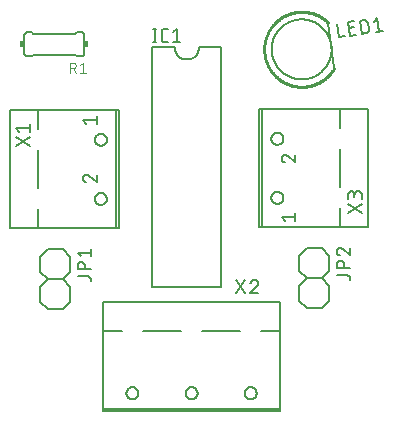
<source format=gbr>
G04 EAGLE Gerber RS-274X export*
G75*
%MOMM*%
%FSLAX34Y34*%
%LPD*%
%INSilkscreen Top*%
%IPPOS*%
%AMOC8*
5,1,8,0,0,1.08239X$1,22.5*%
G01*
%ADD10C,0.152400*%
%ADD11C,0.127000*%
%ADD12C,0.203200*%
%ADD13C,0.254000*%
%ADD14R,0.381000X0.508000*%
%ADD15C,0.101600*%


D10*
X209064Y111316D02*
X209064Y314516D01*
X150644Y314516D02*
X150644Y111316D01*
X209064Y111316D01*
X209064Y314516D02*
X190014Y314516D01*
X169694Y314516D02*
X150644Y314516D01*
X169694Y314516D02*
X169697Y314269D01*
X169706Y314021D01*
X169721Y313774D01*
X169742Y313528D01*
X169769Y313282D01*
X169802Y313037D01*
X169841Y312792D01*
X169886Y312549D01*
X169937Y312307D01*
X169994Y312066D01*
X170056Y311827D01*
X170125Y311589D01*
X170199Y311353D01*
X170279Y311119D01*
X170364Y310887D01*
X170456Y310657D01*
X170552Y310429D01*
X170655Y310204D01*
X170762Y309981D01*
X170876Y309761D01*
X170994Y309544D01*
X171118Y309329D01*
X171247Y309118D01*
X171381Y308910D01*
X171520Y308705D01*
X171664Y308504D01*
X171812Y308306D01*
X171966Y308112D01*
X172124Y307922D01*
X172287Y307736D01*
X172454Y307554D01*
X172626Y307376D01*
X172802Y307202D01*
X172982Y307032D01*
X173167Y306867D01*
X173355Y306707D01*
X173547Y306551D01*
X173743Y306399D01*
X173942Y306253D01*
X174145Y306111D01*
X174352Y305975D01*
X174561Y305843D01*
X174774Y305717D01*
X174990Y305596D01*
X175208Y305480D01*
X175430Y305370D01*
X175654Y305265D01*
X175880Y305165D01*
X176109Y305071D01*
X176340Y304983D01*
X176574Y304900D01*
X176809Y304823D01*
X177046Y304752D01*
X177284Y304686D01*
X177524Y304627D01*
X177766Y304573D01*
X178009Y304525D01*
X178252Y304483D01*
X178497Y304447D01*
X178743Y304417D01*
X178989Y304393D01*
X179236Y304375D01*
X179483Y304363D01*
X179730Y304357D01*
X179978Y304357D01*
X180225Y304363D01*
X180472Y304375D01*
X180719Y304393D01*
X180965Y304417D01*
X181211Y304447D01*
X181456Y304483D01*
X181699Y304525D01*
X181942Y304573D01*
X182184Y304627D01*
X182424Y304686D01*
X182662Y304752D01*
X182899Y304823D01*
X183134Y304900D01*
X183368Y304983D01*
X183599Y305071D01*
X183828Y305165D01*
X184054Y305265D01*
X184278Y305370D01*
X184500Y305480D01*
X184718Y305596D01*
X184934Y305717D01*
X185147Y305843D01*
X185356Y305975D01*
X185563Y306111D01*
X185766Y306253D01*
X185965Y306399D01*
X186161Y306551D01*
X186353Y306707D01*
X186541Y306867D01*
X186726Y307032D01*
X186906Y307202D01*
X187082Y307376D01*
X187254Y307554D01*
X187421Y307736D01*
X187584Y307922D01*
X187742Y308112D01*
X187896Y308306D01*
X188044Y308504D01*
X188188Y308705D01*
X188327Y308910D01*
X188461Y309118D01*
X188590Y309329D01*
X188714Y309544D01*
X188832Y309761D01*
X188946Y309981D01*
X189053Y310204D01*
X189156Y310429D01*
X189252Y310657D01*
X189344Y310887D01*
X189429Y311119D01*
X189509Y311353D01*
X189583Y311589D01*
X189652Y311827D01*
X189714Y312066D01*
X189771Y312307D01*
X189822Y312549D01*
X189867Y312792D01*
X189906Y313037D01*
X189939Y313282D01*
X189966Y313528D01*
X189987Y313774D01*
X190002Y314021D01*
X190011Y314269D01*
X190014Y314516D01*
D11*
X152549Y318961D02*
X152549Y330391D01*
X151279Y318961D02*
X153819Y318961D01*
X153819Y330391D02*
X151279Y330391D01*
X161021Y318961D02*
X163561Y318961D01*
X161021Y318961D02*
X160921Y318963D01*
X160822Y318969D01*
X160722Y318979D01*
X160624Y318992D01*
X160525Y319010D01*
X160428Y319031D01*
X160332Y319056D01*
X160236Y319085D01*
X160142Y319118D01*
X160049Y319154D01*
X159958Y319194D01*
X159868Y319238D01*
X159780Y319285D01*
X159694Y319335D01*
X159610Y319389D01*
X159528Y319446D01*
X159449Y319506D01*
X159371Y319570D01*
X159297Y319636D01*
X159225Y319705D01*
X159156Y319777D01*
X159090Y319851D01*
X159026Y319929D01*
X158966Y320008D01*
X158909Y320090D01*
X158855Y320174D01*
X158805Y320260D01*
X158758Y320348D01*
X158714Y320438D01*
X158674Y320529D01*
X158638Y320622D01*
X158605Y320716D01*
X158576Y320812D01*
X158551Y320908D01*
X158530Y321005D01*
X158512Y321104D01*
X158499Y321202D01*
X158489Y321302D01*
X158483Y321401D01*
X158481Y321501D01*
X158481Y327851D01*
X158483Y327951D01*
X158489Y328050D01*
X158499Y328150D01*
X158512Y328248D01*
X158530Y328347D01*
X158551Y328444D01*
X158576Y328540D01*
X158605Y328636D01*
X158638Y328730D01*
X158674Y328823D01*
X158714Y328914D01*
X158758Y329004D01*
X158805Y329092D01*
X158855Y329178D01*
X158909Y329262D01*
X158966Y329344D01*
X159026Y329423D01*
X159090Y329501D01*
X159156Y329575D01*
X159225Y329647D01*
X159297Y329716D01*
X159371Y329782D01*
X159449Y329846D01*
X159528Y329906D01*
X159610Y329963D01*
X159694Y330017D01*
X159780Y330067D01*
X159868Y330114D01*
X159958Y330158D01*
X160049Y330198D01*
X160142Y330234D01*
X160236Y330267D01*
X160332Y330296D01*
X160428Y330321D01*
X160525Y330342D01*
X160624Y330360D01*
X160722Y330373D01*
X160822Y330383D01*
X160921Y330389D01*
X161021Y330391D01*
X163561Y330391D01*
X168043Y327851D02*
X171218Y330391D01*
X171218Y318961D01*
X168043Y318961D02*
X174393Y318961D01*
D10*
X81064Y137403D02*
X81064Y124703D01*
X74714Y118353D01*
X62014Y118353D01*
X55664Y124703D01*
X62014Y143753D02*
X74714Y143753D01*
X81064Y137403D01*
X62014Y143753D02*
X55664Y137403D01*
X55664Y124703D01*
X74714Y118353D02*
X81064Y112003D01*
X81064Y99303D01*
X74714Y92953D01*
X62014Y92953D01*
X55664Y99303D01*
X55664Y112003D01*
X62014Y118353D01*
D11*
X87287Y120691D02*
X96177Y120691D01*
X96277Y120689D01*
X96376Y120683D01*
X96476Y120673D01*
X96574Y120660D01*
X96673Y120642D01*
X96770Y120621D01*
X96866Y120596D01*
X96962Y120567D01*
X97056Y120534D01*
X97149Y120498D01*
X97240Y120458D01*
X97330Y120414D01*
X97418Y120367D01*
X97504Y120317D01*
X97588Y120263D01*
X97670Y120206D01*
X97749Y120146D01*
X97827Y120082D01*
X97901Y120016D01*
X97973Y119947D01*
X98042Y119875D01*
X98108Y119801D01*
X98172Y119723D01*
X98232Y119644D01*
X98289Y119562D01*
X98343Y119478D01*
X98393Y119392D01*
X98440Y119304D01*
X98484Y119214D01*
X98524Y119123D01*
X98560Y119030D01*
X98593Y118936D01*
X98622Y118840D01*
X98647Y118744D01*
X98668Y118647D01*
X98686Y118548D01*
X98699Y118450D01*
X98709Y118350D01*
X98715Y118251D01*
X98717Y118151D01*
X98717Y116881D01*
X98717Y126671D02*
X87287Y126671D01*
X87287Y129846D01*
X87289Y129957D01*
X87295Y130067D01*
X87304Y130178D01*
X87318Y130288D01*
X87335Y130397D01*
X87356Y130506D01*
X87381Y130614D01*
X87410Y130721D01*
X87442Y130827D01*
X87478Y130932D01*
X87518Y131035D01*
X87561Y131137D01*
X87608Y131238D01*
X87659Y131337D01*
X87712Y131434D01*
X87769Y131528D01*
X87830Y131621D01*
X87893Y131712D01*
X87960Y131801D01*
X88030Y131887D01*
X88103Y131970D01*
X88178Y132052D01*
X88256Y132130D01*
X88338Y132205D01*
X88421Y132278D01*
X88507Y132348D01*
X88596Y132415D01*
X88687Y132478D01*
X88780Y132539D01*
X88875Y132596D01*
X88971Y132649D01*
X89070Y132700D01*
X89171Y132747D01*
X89273Y132790D01*
X89376Y132830D01*
X89481Y132866D01*
X89587Y132898D01*
X89694Y132927D01*
X89802Y132952D01*
X89911Y132973D01*
X90020Y132990D01*
X90130Y133004D01*
X90241Y133013D01*
X90351Y133019D01*
X90462Y133021D01*
X90573Y133019D01*
X90683Y133013D01*
X90794Y133004D01*
X90904Y132990D01*
X91013Y132973D01*
X91122Y132952D01*
X91230Y132927D01*
X91337Y132898D01*
X91443Y132866D01*
X91548Y132830D01*
X91651Y132790D01*
X91753Y132747D01*
X91854Y132700D01*
X91953Y132649D01*
X92050Y132596D01*
X92144Y132539D01*
X92237Y132478D01*
X92328Y132415D01*
X92417Y132348D01*
X92503Y132278D01*
X92586Y132205D01*
X92668Y132130D01*
X92746Y132052D01*
X92821Y131970D01*
X92894Y131887D01*
X92964Y131801D01*
X93031Y131712D01*
X93094Y131621D01*
X93155Y131528D01*
X93212Y131434D01*
X93265Y131337D01*
X93316Y131238D01*
X93363Y131137D01*
X93406Y131035D01*
X93446Y130932D01*
X93482Y130827D01*
X93514Y130721D01*
X93543Y130614D01*
X93568Y130506D01*
X93589Y130397D01*
X93606Y130288D01*
X93620Y130178D01*
X93629Y130067D01*
X93635Y129957D01*
X93637Y129846D01*
X93637Y126671D01*
X89827Y137530D02*
X87287Y140705D01*
X98717Y140705D01*
X98717Y137530D02*
X98717Y143880D01*
D10*
X300547Y138317D02*
X300547Y125617D01*
X294197Y119267D01*
X281497Y119267D01*
X275147Y125617D01*
X281497Y144667D02*
X294197Y144667D01*
X300547Y138317D01*
X281497Y144667D02*
X275147Y138317D01*
X275147Y125617D01*
X294197Y119267D02*
X300547Y112917D01*
X300547Y100217D01*
X294197Y93867D01*
X281497Y93867D01*
X275147Y100217D01*
X275147Y112917D01*
X281497Y119267D01*
D11*
X306770Y121605D02*
X315660Y121605D01*
X315760Y121603D01*
X315859Y121597D01*
X315959Y121587D01*
X316057Y121574D01*
X316156Y121556D01*
X316253Y121535D01*
X316349Y121510D01*
X316445Y121481D01*
X316539Y121448D01*
X316632Y121412D01*
X316723Y121372D01*
X316813Y121328D01*
X316901Y121281D01*
X316987Y121231D01*
X317071Y121177D01*
X317153Y121120D01*
X317232Y121060D01*
X317310Y120996D01*
X317384Y120930D01*
X317456Y120861D01*
X317525Y120789D01*
X317591Y120715D01*
X317655Y120637D01*
X317715Y120558D01*
X317772Y120476D01*
X317826Y120392D01*
X317876Y120306D01*
X317923Y120218D01*
X317967Y120128D01*
X318007Y120037D01*
X318043Y119944D01*
X318076Y119850D01*
X318105Y119754D01*
X318130Y119658D01*
X318151Y119561D01*
X318169Y119462D01*
X318182Y119364D01*
X318192Y119264D01*
X318198Y119165D01*
X318200Y119065D01*
X318200Y117795D01*
X318200Y127585D02*
X306770Y127585D01*
X306770Y130760D01*
X306772Y130871D01*
X306778Y130981D01*
X306787Y131092D01*
X306801Y131202D01*
X306818Y131311D01*
X306839Y131420D01*
X306864Y131528D01*
X306893Y131635D01*
X306925Y131741D01*
X306961Y131846D01*
X307001Y131949D01*
X307044Y132051D01*
X307091Y132152D01*
X307142Y132251D01*
X307195Y132348D01*
X307252Y132442D01*
X307313Y132535D01*
X307376Y132626D01*
X307443Y132715D01*
X307513Y132801D01*
X307586Y132884D01*
X307661Y132966D01*
X307739Y133044D01*
X307821Y133119D01*
X307904Y133192D01*
X307990Y133262D01*
X308079Y133329D01*
X308170Y133392D01*
X308263Y133453D01*
X308358Y133510D01*
X308454Y133563D01*
X308553Y133614D01*
X308654Y133661D01*
X308756Y133704D01*
X308859Y133744D01*
X308964Y133780D01*
X309070Y133812D01*
X309177Y133841D01*
X309285Y133866D01*
X309394Y133887D01*
X309503Y133904D01*
X309613Y133918D01*
X309724Y133927D01*
X309834Y133933D01*
X309945Y133935D01*
X310056Y133933D01*
X310166Y133927D01*
X310277Y133918D01*
X310387Y133904D01*
X310496Y133887D01*
X310605Y133866D01*
X310713Y133841D01*
X310820Y133812D01*
X310926Y133780D01*
X311031Y133744D01*
X311134Y133704D01*
X311236Y133661D01*
X311337Y133614D01*
X311436Y133563D01*
X311533Y133510D01*
X311627Y133453D01*
X311720Y133392D01*
X311811Y133329D01*
X311900Y133262D01*
X311986Y133192D01*
X312069Y133119D01*
X312151Y133044D01*
X312229Y132966D01*
X312304Y132884D01*
X312377Y132801D01*
X312447Y132715D01*
X312514Y132626D01*
X312577Y132535D01*
X312638Y132442D01*
X312695Y132348D01*
X312748Y132251D01*
X312799Y132152D01*
X312846Y132051D01*
X312889Y131949D01*
X312929Y131846D01*
X312965Y131741D01*
X312997Y131635D01*
X313026Y131528D01*
X313051Y131420D01*
X313072Y131311D01*
X313089Y131202D01*
X313103Y131092D01*
X313112Y130981D01*
X313118Y130871D01*
X313120Y130760D01*
X313120Y127585D01*
X306769Y141936D02*
X306771Y142040D01*
X306777Y142145D01*
X306786Y142249D01*
X306799Y142352D01*
X306817Y142455D01*
X306837Y142557D01*
X306862Y142659D01*
X306890Y142759D01*
X306922Y142859D01*
X306958Y142957D01*
X306997Y143054D01*
X307039Y143149D01*
X307085Y143243D01*
X307135Y143335D01*
X307187Y143425D01*
X307243Y143513D01*
X307303Y143599D01*
X307365Y143683D01*
X307430Y143764D01*
X307498Y143843D01*
X307570Y143920D01*
X307643Y143993D01*
X307720Y144065D01*
X307799Y144133D01*
X307880Y144198D01*
X307964Y144260D01*
X308050Y144320D01*
X308138Y144376D01*
X308228Y144428D01*
X308320Y144478D01*
X308414Y144524D01*
X308509Y144566D01*
X308606Y144605D01*
X308704Y144641D01*
X308804Y144673D01*
X308904Y144701D01*
X309006Y144726D01*
X309108Y144746D01*
X309211Y144764D01*
X309314Y144777D01*
X309418Y144786D01*
X309523Y144792D01*
X309627Y144794D01*
X306770Y141936D02*
X306772Y141818D01*
X306778Y141699D01*
X306787Y141581D01*
X306800Y141464D01*
X306818Y141347D01*
X306838Y141230D01*
X306863Y141114D01*
X306891Y140999D01*
X306924Y140886D01*
X306959Y140773D01*
X306999Y140661D01*
X307041Y140551D01*
X307088Y140442D01*
X307138Y140334D01*
X307191Y140229D01*
X307248Y140125D01*
X307308Y140023D01*
X307371Y139923D01*
X307438Y139825D01*
X307507Y139729D01*
X307580Y139636D01*
X307656Y139545D01*
X307734Y139456D01*
X307816Y139370D01*
X307900Y139287D01*
X307986Y139206D01*
X308076Y139129D01*
X308167Y139054D01*
X308261Y138982D01*
X308358Y138913D01*
X308456Y138848D01*
X308557Y138785D01*
X308660Y138726D01*
X308764Y138670D01*
X308870Y138618D01*
X308978Y138569D01*
X309087Y138524D01*
X309198Y138482D01*
X309310Y138444D01*
X311849Y143842D02*
X311774Y143918D01*
X311695Y143993D01*
X311614Y144064D01*
X311530Y144133D01*
X311444Y144198D01*
X311356Y144260D01*
X311266Y144320D01*
X311174Y144376D01*
X311079Y144429D01*
X310983Y144478D01*
X310885Y144524D01*
X310786Y144567D01*
X310685Y144606D01*
X310583Y144641D01*
X310480Y144673D01*
X310376Y144701D01*
X310271Y144726D01*
X310164Y144747D01*
X310058Y144764D01*
X309951Y144777D01*
X309843Y144786D01*
X309735Y144792D01*
X309627Y144794D01*
X311850Y143841D02*
X318200Y138444D01*
X318200Y144794D01*
D12*
X304820Y297528D02*
X299649Y335275D01*
D13*
X299650Y335275D02*
X299096Y335821D01*
X298530Y336354D01*
X297950Y336872D01*
X297358Y337376D01*
X296754Y337866D01*
X296138Y338340D01*
X295511Y338800D01*
X294872Y339244D01*
X294223Y339672D01*
X293564Y340084D01*
X292894Y340479D01*
X292216Y340859D01*
X291528Y341221D01*
X290831Y341567D01*
X290126Y341895D01*
X289414Y342206D01*
X288694Y342500D01*
X287967Y342776D01*
X287233Y343034D01*
X286493Y343273D01*
X285748Y343495D01*
X284998Y343698D01*
X284242Y343883D01*
X283483Y344050D01*
X282719Y344197D01*
X281952Y344326D01*
X281183Y344437D01*
X280411Y344528D01*
X279636Y344600D01*
X278861Y344653D01*
X278084Y344688D01*
X277306Y344703D01*
X276529Y344699D01*
X275752Y344677D01*
X274975Y344635D01*
X274200Y344574D01*
X273426Y344494D01*
X272655Y344396D01*
X271887Y344278D01*
X271121Y344142D01*
X270359Y343987D01*
X269601Y343813D01*
X268848Y343621D01*
X268099Y343410D01*
X267356Y343181D01*
X266619Y342935D01*
X265888Y342670D01*
X265163Y342387D01*
X264446Y342086D01*
X263736Y341769D01*
X263035Y341433D01*
X262342Y341081D01*
X261657Y340712D01*
X260982Y340326D01*
X260317Y339924D01*
X259661Y339506D01*
X259016Y339071D01*
X258382Y338622D01*
X257759Y338156D01*
X257148Y337676D01*
X256548Y337180D01*
X255961Y336671D01*
X255387Y336147D01*
X254825Y335609D01*
X254277Y335057D01*
X253743Y334492D01*
X253222Y333915D01*
X252716Y333324D01*
X252225Y332722D01*
X251748Y332107D01*
X251286Y331482D01*
X250840Y330845D01*
X250410Y330197D01*
X249996Y329539D01*
X249598Y328871D01*
X249216Y328193D01*
X248852Y327507D01*
X248504Y326811D01*
X248173Y326108D01*
X247859Y325396D01*
X247563Y324677D01*
X247285Y323951D01*
X247025Y323218D01*
X246783Y322479D01*
X246558Y321735D01*
X246352Y320985D01*
X246165Y320230D01*
X245996Y319471D01*
X245846Y318708D01*
X245714Y317942D01*
X245602Y317173D01*
X245508Y316401D01*
X245433Y315627D01*
X245377Y314851D01*
X245340Y314075D01*
X245322Y313297D01*
X245323Y312520D01*
X245343Y311742D01*
X245382Y310966D01*
X245441Y310190D01*
X245518Y309417D01*
X245614Y308645D01*
X245729Y307876D01*
X245862Y307110D01*
X246015Y306348D01*
X246186Y305589D01*
X246376Y304835D01*
X246584Y304086D01*
X246810Y303342D01*
X247054Y302604D01*
X247317Y301872D01*
X247597Y301146D01*
X247895Y300428D01*
X248211Y299718D01*
X248544Y299015D01*
X248893Y298320D01*
X249260Y297635D01*
X249644Y296958D01*
X250044Y296291D01*
X250460Y295635D01*
X250892Y294988D01*
X251340Y294353D01*
X251803Y293728D01*
X252281Y293115D01*
X252775Y292514D01*
X253282Y291925D01*
X253805Y291349D01*
X254341Y290786D01*
X254890Y290236D01*
X255453Y289699D01*
X256029Y289177D01*
X256618Y288669D01*
X257219Y288175D01*
X257831Y287697D01*
X258456Y287233D01*
X259091Y286785D01*
X259737Y286352D01*
X260394Y285936D01*
X261061Y285536D01*
X261737Y285152D01*
X262422Y284785D01*
X263117Y284434D01*
X263819Y284101D01*
X264530Y283785D01*
X265248Y283487D01*
X265973Y283206D01*
X266705Y282944D01*
X267443Y282699D01*
X268187Y282472D01*
X268936Y282264D01*
X269690Y282074D01*
X270448Y281902D01*
X271211Y281749D01*
X271976Y281615D01*
X272745Y281500D01*
X273517Y281403D01*
X274291Y281326D01*
X275066Y281267D01*
X275843Y281228D01*
X276620Y281207D01*
X277397Y281206D01*
X278175Y281223D01*
X278952Y281260D01*
X279727Y281315D01*
X280501Y281390D01*
X281273Y281483D01*
X282042Y281596D01*
X282809Y281727D01*
X283572Y281877D01*
X284331Y282045D01*
X285086Y282232D01*
X285836Y282438D01*
X286580Y282662D01*
X287319Y282904D01*
X288052Y283164D01*
X288778Y283442D01*
X289498Y283737D01*
X290209Y284050D01*
X290913Y284381D01*
X291609Y284728D01*
X292296Y285093D01*
X292973Y285474D01*
X293641Y285872D01*
X294300Y286286D01*
X294948Y286716D01*
X295585Y287161D01*
X296211Y287622D01*
X296825Y288099D01*
X297428Y288590D01*
X298019Y289096D01*
X298597Y289616D01*
X299162Y290150D01*
X299714Y290698D01*
X300252Y291259D01*
X300776Y291833D01*
X301286Y292420D01*
X301782Y293019D01*
X302263Y293631D01*
X302728Y294253D01*
X303178Y294887D01*
X303613Y295532D01*
X304032Y296187D01*
X304434Y296852D01*
X304820Y297527D01*
D10*
X251670Y312954D02*
X251678Y313577D01*
X251701Y314200D01*
X251739Y314823D01*
X251792Y315444D01*
X251861Y316063D01*
X251945Y316681D01*
X252044Y317296D01*
X252158Y317909D01*
X252287Y318519D01*
X252431Y319126D01*
X252590Y319729D01*
X252764Y320327D01*
X252952Y320922D01*
X253155Y321511D01*
X253372Y322095D01*
X253603Y322674D01*
X253849Y323247D01*
X254109Y323814D01*
X254382Y324374D01*
X254669Y324927D01*
X254970Y325474D01*
X255284Y326012D01*
X255611Y326543D01*
X255951Y327065D01*
X256303Y327580D01*
X256669Y328085D01*
X257046Y328581D01*
X257436Y329068D01*
X257837Y329545D01*
X258250Y330012D01*
X258674Y330468D01*
X259109Y330915D01*
X259556Y331350D01*
X260012Y331774D01*
X260479Y332187D01*
X260956Y332588D01*
X261443Y332978D01*
X261939Y333355D01*
X262444Y333721D01*
X262959Y334073D01*
X263481Y334413D01*
X264012Y334740D01*
X264550Y335054D01*
X265097Y335355D01*
X265650Y335642D01*
X266210Y335915D01*
X266777Y336175D01*
X267350Y336421D01*
X267929Y336652D01*
X268513Y336869D01*
X269102Y337072D01*
X269697Y337260D01*
X270295Y337434D01*
X270898Y337593D01*
X271505Y337737D01*
X272115Y337866D01*
X272728Y337980D01*
X273343Y338079D01*
X273961Y338163D01*
X274580Y338232D01*
X275201Y338285D01*
X275824Y338323D01*
X276447Y338346D01*
X277070Y338354D01*
X277693Y338346D01*
X278316Y338323D01*
X278939Y338285D01*
X279560Y338232D01*
X280179Y338163D01*
X280797Y338079D01*
X281412Y337980D01*
X282025Y337866D01*
X282635Y337737D01*
X283242Y337593D01*
X283845Y337434D01*
X284443Y337260D01*
X285038Y337072D01*
X285627Y336869D01*
X286211Y336652D01*
X286790Y336421D01*
X287363Y336175D01*
X287930Y335915D01*
X288490Y335642D01*
X289043Y335355D01*
X289590Y335054D01*
X290128Y334740D01*
X290659Y334413D01*
X291181Y334073D01*
X291696Y333721D01*
X292201Y333355D01*
X292697Y332978D01*
X293184Y332588D01*
X293661Y332187D01*
X294128Y331774D01*
X294584Y331350D01*
X295031Y330915D01*
X295466Y330468D01*
X295890Y330012D01*
X296303Y329545D01*
X296704Y329068D01*
X297094Y328581D01*
X297471Y328085D01*
X297837Y327580D01*
X298189Y327065D01*
X298529Y326543D01*
X298856Y326012D01*
X299170Y325474D01*
X299471Y324927D01*
X299758Y324374D01*
X300031Y323814D01*
X300291Y323247D01*
X300537Y322674D01*
X300768Y322095D01*
X300985Y321511D01*
X301188Y320922D01*
X301376Y320327D01*
X301550Y319729D01*
X301709Y319126D01*
X301853Y318519D01*
X301982Y317909D01*
X302096Y317296D01*
X302195Y316681D01*
X302279Y316063D01*
X302348Y315444D01*
X302401Y314823D01*
X302439Y314200D01*
X302462Y313577D01*
X302470Y312954D01*
X302462Y312331D01*
X302439Y311708D01*
X302401Y311085D01*
X302348Y310464D01*
X302279Y309845D01*
X302195Y309227D01*
X302096Y308612D01*
X301982Y307999D01*
X301853Y307389D01*
X301709Y306782D01*
X301550Y306179D01*
X301376Y305581D01*
X301188Y304986D01*
X300985Y304397D01*
X300768Y303813D01*
X300537Y303234D01*
X300291Y302661D01*
X300031Y302094D01*
X299758Y301534D01*
X299471Y300981D01*
X299170Y300434D01*
X298856Y299896D01*
X298529Y299365D01*
X298189Y298843D01*
X297837Y298328D01*
X297471Y297823D01*
X297094Y297327D01*
X296704Y296840D01*
X296303Y296363D01*
X295890Y295896D01*
X295466Y295440D01*
X295031Y294993D01*
X294584Y294558D01*
X294128Y294134D01*
X293661Y293721D01*
X293184Y293320D01*
X292697Y292930D01*
X292201Y292553D01*
X291696Y292187D01*
X291181Y291835D01*
X290659Y291495D01*
X290128Y291168D01*
X289590Y290854D01*
X289043Y290553D01*
X288490Y290266D01*
X287930Y289993D01*
X287363Y289733D01*
X286790Y289487D01*
X286211Y289256D01*
X285627Y289039D01*
X285038Y288836D01*
X284443Y288648D01*
X283845Y288474D01*
X283242Y288315D01*
X282635Y288171D01*
X282025Y288042D01*
X281412Y287928D01*
X280797Y287829D01*
X280179Y287745D01*
X279560Y287676D01*
X278939Y287623D01*
X278316Y287585D01*
X277693Y287562D01*
X277070Y287554D01*
X276447Y287562D01*
X275824Y287585D01*
X275201Y287623D01*
X274580Y287676D01*
X273961Y287745D01*
X273343Y287829D01*
X272728Y287928D01*
X272115Y288042D01*
X271505Y288171D01*
X270898Y288315D01*
X270295Y288474D01*
X269697Y288648D01*
X269102Y288836D01*
X268513Y289039D01*
X267929Y289256D01*
X267350Y289487D01*
X266777Y289733D01*
X266210Y289993D01*
X265650Y290266D01*
X265097Y290553D01*
X264550Y290854D01*
X264012Y291168D01*
X263481Y291495D01*
X262959Y291835D01*
X262444Y292187D01*
X261939Y292553D01*
X261443Y292930D01*
X260956Y293320D01*
X260479Y293721D01*
X260012Y294134D01*
X259556Y294558D01*
X259109Y294993D01*
X258674Y295440D01*
X258250Y295896D01*
X257837Y296363D01*
X257436Y296840D01*
X257046Y297327D01*
X256669Y297823D01*
X256303Y298328D01*
X255951Y298843D01*
X255611Y299365D01*
X255284Y299896D01*
X254970Y300434D01*
X254669Y300981D01*
X254382Y301534D01*
X254109Y302094D01*
X253849Y302661D01*
X253603Y303234D01*
X253372Y303813D01*
X253155Y304397D01*
X252952Y304986D01*
X252764Y305581D01*
X252590Y306179D01*
X252431Y306782D01*
X252287Y307389D01*
X252158Y307999D01*
X252044Y308612D01*
X251945Y309227D01*
X251861Y309845D01*
X251792Y310464D01*
X251739Y311085D01*
X251701Y311708D01*
X251678Y312331D01*
X251670Y312954D01*
D11*
X308345Y323263D02*
X306794Y334587D01*
X308345Y323263D02*
X313378Y323952D01*
X318159Y324607D02*
X323192Y325297D01*
X318159Y324607D02*
X316608Y335932D01*
X321641Y336621D01*
X321072Y331416D02*
X317297Y330899D01*
X326397Y337272D02*
X327948Y325948D01*
X326397Y337272D02*
X329543Y337703D01*
X329543Y337704D02*
X329653Y337717D01*
X329764Y337726D01*
X329874Y337731D01*
X329985Y337733D01*
X330096Y337731D01*
X330207Y337724D01*
X330317Y337714D01*
X330427Y337701D01*
X330536Y337683D01*
X330645Y337661D01*
X330753Y337636D01*
X330860Y337607D01*
X330966Y337574D01*
X331070Y337538D01*
X331174Y337498D01*
X331275Y337454D01*
X331376Y337407D01*
X331474Y337356D01*
X331571Y337302D01*
X331666Y337245D01*
X331759Y337184D01*
X331849Y337120D01*
X331937Y337053D01*
X332023Y336983D01*
X332107Y336910D01*
X332187Y336834D01*
X332266Y336756D01*
X332341Y336674D01*
X332413Y336590D01*
X332483Y336504D01*
X332549Y336415D01*
X332612Y336324D01*
X332672Y336231D01*
X332729Y336136D01*
X332783Y336039D01*
X332833Y335940D01*
X332879Y335839D01*
X332922Y335737D01*
X332961Y335634D01*
X332997Y335529D01*
X333029Y335422D01*
X333057Y335315D01*
X333082Y335207D01*
X333103Y335098D01*
X333120Y334989D01*
X333119Y334989D02*
X333809Y329956D01*
X333822Y329846D01*
X333831Y329735D01*
X333836Y329625D01*
X333838Y329514D01*
X333836Y329403D01*
X333829Y329292D01*
X333819Y329182D01*
X333806Y329072D01*
X333788Y328963D01*
X333766Y328854D01*
X333741Y328746D01*
X333712Y328639D01*
X333679Y328533D01*
X333643Y328429D01*
X333603Y328325D01*
X333559Y328224D01*
X333512Y328123D01*
X333461Y328025D01*
X333407Y327928D01*
X333350Y327833D01*
X333289Y327740D01*
X333225Y327650D01*
X333158Y327562D01*
X333088Y327476D01*
X333015Y327392D01*
X332939Y327312D01*
X332861Y327233D01*
X332779Y327158D01*
X332695Y327086D01*
X332609Y327016D01*
X332520Y326950D01*
X332429Y326887D01*
X332336Y326827D01*
X332241Y326770D01*
X332144Y326716D01*
X332045Y326666D01*
X331944Y326620D01*
X331842Y326577D01*
X331739Y326538D01*
X331634Y326502D01*
X331527Y326470D01*
X331420Y326442D01*
X331312Y326417D01*
X331203Y326396D01*
X331094Y326379D01*
X327948Y325948D01*
X338443Y336359D02*
X341244Y339306D01*
X342796Y327982D01*
X345941Y328413D02*
X339650Y327551D01*
D10*
X44709Y327576D02*
X44609Y327574D01*
X44510Y327568D01*
X44410Y327558D01*
X44312Y327545D01*
X44213Y327527D01*
X44116Y327506D01*
X44020Y327481D01*
X43924Y327452D01*
X43830Y327419D01*
X43737Y327383D01*
X43646Y327343D01*
X43556Y327299D01*
X43468Y327252D01*
X43382Y327202D01*
X43298Y327148D01*
X43216Y327091D01*
X43137Y327031D01*
X43059Y326967D01*
X42985Y326901D01*
X42913Y326832D01*
X42844Y326760D01*
X42778Y326686D01*
X42714Y326608D01*
X42654Y326529D01*
X42597Y326447D01*
X42543Y326363D01*
X42493Y326277D01*
X42446Y326189D01*
X42402Y326099D01*
X42362Y326008D01*
X42326Y325915D01*
X42293Y325821D01*
X42264Y325725D01*
X42239Y325629D01*
X42218Y325532D01*
X42200Y325433D01*
X42187Y325335D01*
X42177Y325235D01*
X42171Y325136D01*
X42169Y325036D01*
X42169Y309796D02*
X42171Y309696D01*
X42177Y309597D01*
X42187Y309497D01*
X42200Y309399D01*
X42218Y309300D01*
X42239Y309203D01*
X42264Y309107D01*
X42293Y309011D01*
X42326Y308917D01*
X42362Y308824D01*
X42402Y308733D01*
X42446Y308643D01*
X42493Y308555D01*
X42543Y308469D01*
X42597Y308385D01*
X42654Y308303D01*
X42714Y308224D01*
X42778Y308146D01*
X42844Y308072D01*
X42913Y308000D01*
X42985Y307931D01*
X43059Y307865D01*
X43137Y307801D01*
X43216Y307741D01*
X43298Y307684D01*
X43382Y307630D01*
X43468Y307580D01*
X43556Y307533D01*
X43646Y307489D01*
X43737Y307449D01*
X43830Y307413D01*
X43924Y307380D01*
X44020Y307351D01*
X44116Y307326D01*
X44213Y307305D01*
X44312Y307287D01*
X44410Y307274D01*
X44510Y307264D01*
X44609Y307258D01*
X44709Y307256D01*
X90429Y307256D02*
X90529Y307258D01*
X90628Y307264D01*
X90728Y307274D01*
X90826Y307287D01*
X90925Y307305D01*
X91022Y307326D01*
X91118Y307351D01*
X91214Y307380D01*
X91308Y307413D01*
X91401Y307449D01*
X91492Y307489D01*
X91582Y307533D01*
X91670Y307580D01*
X91756Y307630D01*
X91840Y307684D01*
X91922Y307741D01*
X92001Y307801D01*
X92079Y307865D01*
X92153Y307931D01*
X92225Y308000D01*
X92294Y308072D01*
X92360Y308146D01*
X92424Y308224D01*
X92484Y308303D01*
X92541Y308385D01*
X92595Y308469D01*
X92645Y308555D01*
X92692Y308643D01*
X92736Y308733D01*
X92776Y308824D01*
X92812Y308917D01*
X92845Y309011D01*
X92874Y309107D01*
X92899Y309203D01*
X92920Y309300D01*
X92938Y309399D01*
X92951Y309497D01*
X92961Y309597D01*
X92967Y309696D01*
X92969Y309796D01*
X92969Y325036D02*
X92967Y325136D01*
X92961Y325235D01*
X92951Y325335D01*
X92938Y325433D01*
X92920Y325532D01*
X92899Y325629D01*
X92874Y325725D01*
X92845Y325821D01*
X92812Y325915D01*
X92776Y326008D01*
X92736Y326099D01*
X92692Y326189D01*
X92645Y326277D01*
X92595Y326363D01*
X92541Y326447D01*
X92484Y326529D01*
X92424Y326608D01*
X92360Y326686D01*
X92294Y326760D01*
X92225Y326832D01*
X92153Y326901D01*
X92079Y326967D01*
X92001Y327031D01*
X91922Y327091D01*
X91840Y327148D01*
X91756Y327202D01*
X91670Y327252D01*
X91582Y327299D01*
X91492Y327343D01*
X91401Y327383D01*
X91308Y327419D01*
X91214Y327452D01*
X91118Y327481D01*
X91022Y327506D01*
X90925Y327527D01*
X90826Y327545D01*
X90728Y327558D01*
X90628Y327568D01*
X90529Y327574D01*
X90429Y327576D01*
X42169Y325036D02*
X42169Y309796D01*
X44709Y327576D02*
X48519Y327576D01*
X49789Y326306D01*
X48519Y307256D02*
X44709Y307256D01*
X48519Y307256D02*
X49789Y308526D01*
X85349Y326306D02*
X86619Y327576D01*
X85349Y326306D02*
X49789Y326306D01*
X85349Y308526D02*
X86619Y307256D01*
X85349Y308526D02*
X49789Y308526D01*
X86619Y327576D02*
X90429Y327576D01*
X90429Y307256D02*
X86619Y307256D01*
X92969Y309796D02*
X92969Y325036D01*
D14*
X94874Y317416D03*
X40264Y317416D03*
D15*
X80777Y301668D02*
X80777Y292778D01*
X80777Y301668D02*
X83246Y301668D01*
X83246Y301667D02*
X83344Y301665D01*
X83442Y301659D01*
X83540Y301649D01*
X83637Y301636D01*
X83734Y301618D01*
X83830Y301597D01*
X83924Y301572D01*
X84018Y301543D01*
X84111Y301511D01*
X84202Y301474D01*
X84292Y301435D01*
X84380Y301391D01*
X84466Y301344D01*
X84551Y301294D01*
X84633Y301241D01*
X84713Y301184D01*
X84791Y301124D01*
X84866Y301061D01*
X84939Y300995D01*
X85009Y300926D01*
X85076Y300855D01*
X85141Y300781D01*
X85202Y300704D01*
X85261Y300625D01*
X85316Y300544D01*
X85368Y300461D01*
X85416Y300375D01*
X85461Y300288D01*
X85503Y300199D01*
X85541Y300109D01*
X85575Y300017D01*
X85606Y299924D01*
X85633Y299829D01*
X85656Y299734D01*
X85676Y299637D01*
X85691Y299541D01*
X85703Y299443D01*
X85711Y299345D01*
X85715Y299247D01*
X85715Y299149D01*
X85711Y299051D01*
X85703Y298953D01*
X85691Y298855D01*
X85676Y298759D01*
X85656Y298662D01*
X85633Y298567D01*
X85606Y298472D01*
X85575Y298379D01*
X85541Y298287D01*
X85503Y298197D01*
X85461Y298108D01*
X85416Y298021D01*
X85368Y297935D01*
X85316Y297852D01*
X85261Y297771D01*
X85202Y297692D01*
X85141Y297615D01*
X85076Y297541D01*
X85009Y297470D01*
X84939Y297401D01*
X84866Y297335D01*
X84791Y297272D01*
X84713Y297212D01*
X84633Y297155D01*
X84551Y297102D01*
X84466Y297052D01*
X84380Y297005D01*
X84292Y296961D01*
X84202Y296922D01*
X84111Y296885D01*
X84018Y296853D01*
X83924Y296824D01*
X83830Y296799D01*
X83734Y296778D01*
X83637Y296760D01*
X83540Y296747D01*
X83442Y296737D01*
X83344Y296731D01*
X83246Y296729D01*
X80777Y296729D01*
X83740Y296729D02*
X85716Y292778D01*
X89627Y299692D02*
X92096Y301668D01*
X92096Y292778D01*
X89627Y292778D02*
X94566Y292778D01*
D10*
X30338Y261375D02*
X30338Y161555D01*
X120258Y161555D02*
X122288Y161555D01*
X122288Y261375D01*
X54218Y261375D02*
X30338Y261375D01*
X54218Y261375D02*
X54218Y245375D01*
X54218Y227595D02*
X54218Y195335D01*
X54218Y177555D02*
X54218Y161555D01*
X54218Y261375D02*
X120258Y261375D01*
X54218Y161555D02*
X30338Y161555D01*
X120258Y161555D02*
X120258Y261375D01*
X122288Y261375D01*
X120258Y161555D02*
X54218Y161555D01*
X101966Y236485D02*
X101968Y236627D01*
X101974Y236770D01*
X101984Y236912D01*
X101998Y237054D01*
X102016Y237195D01*
X102038Y237336D01*
X102064Y237476D01*
X102093Y237615D01*
X102127Y237754D01*
X102165Y237891D01*
X102206Y238028D01*
X102251Y238163D01*
X102300Y238297D01*
X102353Y238429D01*
X102409Y238560D01*
X102469Y238689D01*
X102533Y238817D01*
X102600Y238942D01*
X102671Y239066D01*
X102745Y239188D01*
X102822Y239307D01*
X102903Y239425D01*
X102987Y239540D01*
X103074Y239652D01*
X103165Y239762D01*
X103258Y239870D01*
X103355Y239975D01*
X103454Y240077D01*
X103556Y240176D01*
X103661Y240273D01*
X103769Y240366D01*
X103879Y240457D01*
X103991Y240544D01*
X104106Y240628D01*
X104224Y240709D01*
X104343Y240786D01*
X104465Y240860D01*
X104589Y240931D01*
X104714Y240998D01*
X104842Y241062D01*
X104971Y241122D01*
X105102Y241178D01*
X105234Y241231D01*
X105368Y241280D01*
X105503Y241325D01*
X105640Y241366D01*
X105777Y241404D01*
X105916Y241438D01*
X106055Y241467D01*
X106195Y241493D01*
X106336Y241515D01*
X106477Y241533D01*
X106619Y241547D01*
X106761Y241557D01*
X106904Y241563D01*
X107046Y241565D01*
X107188Y241563D01*
X107331Y241557D01*
X107473Y241547D01*
X107615Y241533D01*
X107756Y241515D01*
X107897Y241493D01*
X108037Y241467D01*
X108176Y241438D01*
X108315Y241404D01*
X108452Y241366D01*
X108589Y241325D01*
X108724Y241280D01*
X108858Y241231D01*
X108990Y241178D01*
X109121Y241122D01*
X109250Y241062D01*
X109378Y240998D01*
X109503Y240931D01*
X109627Y240860D01*
X109749Y240786D01*
X109868Y240709D01*
X109986Y240628D01*
X110101Y240544D01*
X110213Y240457D01*
X110323Y240366D01*
X110431Y240273D01*
X110536Y240176D01*
X110638Y240077D01*
X110737Y239975D01*
X110834Y239870D01*
X110927Y239762D01*
X111018Y239652D01*
X111105Y239540D01*
X111189Y239425D01*
X111270Y239307D01*
X111347Y239188D01*
X111421Y239066D01*
X111492Y238942D01*
X111559Y238817D01*
X111623Y238689D01*
X111683Y238560D01*
X111739Y238429D01*
X111792Y238297D01*
X111841Y238163D01*
X111886Y238028D01*
X111927Y237891D01*
X111965Y237754D01*
X111999Y237615D01*
X112028Y237476D01*
X112054Y237336D01*
X112076Y237195D01*
X112094Y237054D01*
X112108Y236912D01*
X112118Y236770D01*
X112124Y236627D01*
X112126Y236485D01*
X112124Y236343D01*
X112118Y236200D01*
X112108Y236058D01*
X112094Y235916D01*
X112076Y235775D01*
X112054Y235634D01*
X112028Y235494D01*
X111999Y235355D01*
X111965Y235216D01*
X111927Y235079D01*
X111886Y234942D01*
X111841Y234807D01*
X111792Y234673D01*
X111739Y234541D01*
X111683Y234410D01*
X111623Y234281D01*
X111559Y234153D01*
X111492Y234028D01*
X111421Y233904D01*
X111347Y233782D01*
X111270Y233663D01*
X111189Y233545D01*
X111105Y233430D01*
X111018Y233318D01*
X110927Y233208D01*
X110834Y233100D01*
X110737Y232995D01*
X110638Y232893D01*
X110536Y232794D01*
X110431Y232697D01*
X110323Y232604D01*
X110213Y232513D01*
X110101Y232426D01*
X109986Y232342D01*
X109868Y232261D01*
X109749Y232184D01*
X109627Y232110D01*
X109503Y232039D01*
X109378Y231972D01*
X109250Y231908D01*
X109121Y231848D01*
X108990Y231792D01*
X108858Y231739D01*
X108724Y231690D01*
X108589Y231645D01*
X108452Y231604D01*
X108315Y231566D01*
X108176Y231532D01*
X108037Y231503D01*
X107897Y231477D01*
X107756Y231455D01*
X107615Y231437D01*
X107473Y231423D01*
X107331Y231413D01*
X107188Y231407D01*
X107046Y231405D01*
X106904Y231407D01*
X106761Y231413D01*
X106619Y231423D01*
X106477Y231437D01*
X106336Y231455D01*
X106195Y231477D01*
X106055Y231503D01*
X105916Y231532D01*
X105777Y231566D01*
X105640Y231604D01*
X105503Y231645D01*
X105368Y231690D01*
X105234Y231739D01*
X105102Y231792D01*
X104971Y231848D01*
X104842Y231908D01*
X104714Y231972D01*
X104589Y232039D01*
X104465Y232110D01*
X104343Y232184D01*
X104224Y232261D01*
X104106Y232342D01*
X103991Y232426D01*
X103879Y232513D01*
X103769Y232604D01*
X103661Y232697D01*
X103556Y232794D01*
X103454Y232893D01*
X103355Y232995D01*
X103258Y233100D01*
X103165Y233208D01*
X103074Y233318D01*
X102987Y233430D01*
X102903Y233545D01*
X102822Y233663D01*
X102745Y233782D01*
X102671Y233904D01*
X102600Y234028D01*
X102533Y234153D01*
X102469Y234281D01*
X102409Y234410D01*
X102353Y234541D01*
X102300Y234673D01*
X102251Y234807D01*
X102206Y234942D01*
X102165Y235079D01*
X102127Y235216D01*
X102093Y235355D01*
X102064Y235494D01*
X102038Y235634D01*
X102016Y235775D01*
X101998Y235916D01*
X101984Y236058D01*
X101974Y236200D01*
X101968Y236343D01*
X101966Y236485D01*
X101966Y186447D02*
X101968Y186589D01*
X101974Y186732D01*
X101984Y186874D01*
X101998Y187016D01*
X102016Y187157D01*
X102038Y187298D01*
X102064Y187438D01*
X102093Y187577D01*
X102127Y187716D01*
X102165Y187853D01*
X102206Y187990D01*
X102251Y188125D01*
X102300Y188259D01*
X102353Y188391D01*
X102409Y188522D01*
X102469Y188651D01*
X102533Y188779D01*
X102600Y188904D01*
X102671Y189028D01*
X102745Y189150D01*
X102822Y189269D01*
X102903Y189387D01*
X102987Y189502D01*
X103074Y189614D01*
X103165Y189724D01*
X103258Y189832D01*
X103355Y189937D01*
X103454Y190039D01*
X103556Y190138D01*
X103661Y190235D01*
X103769Y190328D01*
X103879Y190419D01*
X103991Y190506D01*
X104106Y190590D01*
X104224Y190671D01*
X104343Y190748D01*
X104465Y190822D01*
X104589Y190893D01*
X104714Y190960D01*
X104842Y191024D01*
X104971Y191084D01*
X105102Y191140D01*
X105234Y191193D01*
X105368Y191242D01*
X105503Y191287D01*
X105640Y191328D01*
X105777Y191366D01*
X105916Y191400D01*
X106055Y191429D01*
X106195Y191455D01*
X106336Y191477D01*
X106477Y191495D01*
X106619Y191509D01*
X106761Y191519D01*
X106904Y191525D01*
X107046Y191527D01*
X107188Y191525D01*
X107331Y191519D01*
X107473Y191509D01*
X107615Y191495D01*
X107756Y191477D01*
X107897Y191455D01*
X108037Y191429D01*
X108176Y191400D01*
X108315Y191366D01*
X108452Y191328D01*
X108589Y191287D01*
X108724Y191242D01*
X108858Y191193D01*
X108990Y191140D01*
X109121Y191084D01*
X109250Y191024D01*
X109378Y190960D01*
X109503Y190893D01*
X109627Y190822D01*
X109749Y190748D01*
X109868Y190671D01*
X109986Y190590D01*
X110101Y190506D01*
X110213Y190419D01*
X110323Y190328D01*
X110431Y190235D01*
X110536Y190138D01*
X110638Y190039D01*
X110737Y189937D01*
X110834Y189832D01*
X110927Y189724D01*
X111018Y189614D01*
X111105Y189502D01*
X111189Y189387D01*
X111270Y189269D01*
X111347Y189150D01*
X111421Y189028D01*
X111492Y188904D01*
X111559Y188779D01*
X111623Y188651D01*
X111683Y188522D01*
X111739Y188391D01*
X111792Y188259D01*
X111841Y188125D01*
X111886Y187990D01*
X111927Y187853D01*
X111965Y187716D01*
X111999Y187577D01*
X112028Y187438D01*
X112054Y187298D01*
X112076Y187157D01*
X112094Y187016D01*
X112108Y186874D01*
X112118Y186732D01*
X112124Y186589D01*
X112126Y186447D01*
X112124Y186305D01*
X112118Y186162D01*
X112108Y186020D01*
X112094Y185878D01*
X112076Y185737D01*
X112054Y185596D01*
X112028Y185456D01*
X111999Y185317D01*
X111965Y185178D01*
X111927Y185041D01*
X111886Y184904D01*
X111841Y184769D01*
X111792Y184635D01*
X111739Y184503D01*
X111683Y184372D01*
X111623Y184243D01*
X111559Y184115D01*
X111492Y183990D01*
X111421Y183866D01*
X111347Y183744D01*
X111270Y183625D01*
X111189Y183507D01*
X111105Y183392D01*
X111018Y183280D01*
X110927Y183170D01*
X110834Y183062D01*
X110737Y182957D01*
X110638Y182855D01*
X110536Y182756D01*
X110431Y182659D01*
X110323Y182566D01*
X110213Y182475D01*
X110101Y182388D01*
X109986Y182304D01*
X109868Y182223D01*
X109749Y182146D01*
X109627Y182072D01*
X109503Y182001D01*
X109378Y181934D01*
X109250Y181870D01*
X109121Y181810D01*
X108990Y181754D01*
X108858Y181701D01*
X108724Y181652D01*
X108589Y181607D01*
X108452Y181566D01*
X108315Y181528D01*
X108176Y181494D01*
X108037Y181465D01*
X107897Y181439D01*
X107756Y181417D01*
X107615Y181399D01*
X107473Y181385D01*
X107331Y181375D01*
X107188Y181369D01*
X107046Y181367D01*
X106904Y181369D01*
X106761Y181375D01*
X106619Y181385D01*
X106477Y181399D01*
X106336Y181417D01*
X106195Y181439D01*
X106055Y181465D01*
X105916Y181494D01*
X105777Y181528D01*
X105640Y181566D01*
X105503Y181607D01*
X105368Y181652D01*
X105234Y181701D01*
X105102Y181754D01*
X104971Y181810D01*
X104842Y181870D01*
X104714Y181934D01*
X104589Y182001D01*
X104465Y182072D01*
X104343Y182146D01*
X104224Y182223D01*
X104106Y182304D01*
X103991Y182388D01*
X103879Y182475D01*
X103769Y182566D01*
X103661Y182659D01*
X103556Y182756D01*
X103454Y182855D01*
X103355Y182957D01*
X103258Y183062D01*
X103165Y183170D01*
X103074Y183280D01*
X102987Y183392D01*
X102903Y183507D01*
X102822Y183625D01*
X102745Y183744D01*
X102671Y183866D01*
X102600Y183990D01*
X102533Y184115D01*
X102469Y184243D01*
X102409Y184372D01*
X102353Y184503D01*
X102300Y184635D01*
X102251Y184769D01*
X102206Y184904D01*
X102165Y185041D01*
X102127Y185178D01*
X102093Y185317D01*
X102064Y185456D01*
X102038Y185596D01*
X102016Y185737D01*
X101998Y185878D01*
X101984Y186020D01*
X101974Y186162D01*
X101968Y186305D01*
X101966Y186447D01*
D11*
X94473Y249820D02*
X91933Y252995D01*
X103363Y252995D01*
X103363Y249820D02*
X103363Y256170D01*
X94790Y206640D02*
X94686Y206638D01*
X94581Y206632D01*
X94477Y206623D01*
X94374Y206610D01*
X94271Y206592D01*
X94169Y206572D01*
X94067Y206547D01*
X93967Y206519D01*
X93867Y206487D01*
X93769Y206451D01*
X93672Y206412D01*
X93577Y206370D01*
X93483Y206324D01*
X93391Y206274D01*
X93301Y206222D01*
X93213Y206166D01*
X93127Y206106D01*
X93043Y206044D01*
X92962Y205979D01*
X92883Y205911D01*
X92806Y205839D01*
X92733Y205766D01*
X92661Y205689D01*
X92593Y205610D01*
X92528Y205529D01*
X92466Y205445D01*
X92406Y205359D01*
X92350Y205271D01*
X92298Y205181D01*
X92248Y205089D01*
X92202Y204995D01*
X92160Y204900D01*
X92121Y204803D01*
X92085Y204705D01*
X92053Y204605D01*
X92025Y204505D01*
X92000Y204403D01*
X91980Y204301D01*
X91962Y204198D01*
X91949Y204095D01*
X91940Y203991D01*
X91934Y203886D01*
X91932Y203782D01*
X91933Y203782D02*
X91935Y203664D01*
X91941Y203545D01*
X91950Y203427D01*
X91963Y203310D01*
X91981Y203193D01*
X92001Y203076D01*
X92026Y202960D01*
X92054Y202845D01*
X92087Y202732D01*
X92122Y202619D01*
X92162Y202507D01*
X92204Y202397D01*
X92251Y202288D01*
X92301Y202180D01*
X92354Y202075D01*
X92411Y201971D01*
X92471Y201869D01*
X92534Y201769D01*
X92601Y201671D01*
X92670Y201575D01*
X92743Y201482D01*
X92819Y201391D01*
X92897Y201302D01*
X92979Y201216D01*
X93063Y201133D01*
X93149Y201052D01*
X93239Y200975D01*
X93330Y200900D01*
X93424Y200828D01*
X93521Y200759D01*
X93619Y200694D01*
X93720Y200631D01*
X93823Y200572D01*
X93927Y200516D01*
X94033Y200464D01*
X94141Y200415D01*
X94250Y200370D01*
X94361Y200328D01*
X94473Y200290D01*
X97012Y205688D02*
X96937Y205764D01*
X96858Y205839D01*
X96777Y205910D01*
X96693Y205979D01*
X96607Y206044D01*
X96519Y206106D01*
X96429Y206166D01*
X96337Y206222D01*
X96242Y206275D01*
X96146Y206324D01*
X96048Y206370D01*
X95949Y206413D01*
X95848Y206452D01*
X95746Y206487D01*
X95643Y206519D01*
X95539Y206547D01*
X95434Y206572D01*
X95327Y206593D01*
X95221Y206610D01*
X95114Y206623D01*
X95006Y206632D01*
X94898Y206638D01*
X94790Y206640D01*
X97013Y205687D02*
X103363Y200290D01*
X103363Y206640D01*
X46975Y230897D02*
X35545Y238517D01*
X35545Y230897D02*
X46975Y238517D01*
X38085Y242962D02*
X35545Y246137D01*
X46975Y246137D01*
X46975Y242962D02*
X46975Y249312D01*
D10*
X108868Y98607D02*
X258728Y98607D01*
X108868Y8687D02*
X108868Y6657D01*
X258728Y6657D01*
X258728Y74727D02*
X258728Y98607D01*
X258728Y74727D02*
X242728Y74727D01*
X224948Y74727D02*
X192688Y74727D01*
X174908Y74727D02*
X142648Y74727D01*
X124868Y74727D02*
X108868Y74727D01*
X258728Y74727D02*
X258728Y8687D01*
X108868Y74727D02*
X108868Y98607D01*
X108868Y8687D02*
X258728Y8687D01*
X108868Y8687D02*
X108868Y74727D01*
X258728Y8687D02*
X258728Y6657D01*
X228758Y21899D02*
X228760Y22041D01*
X228766Y22184D01*
X228776Y22326D01*
X228790Y22468D01*
X228808Y22609D01*
X228830Y22750D01*
X228856Y22890D01*
X228885Y23029D01*
X228919Y23168D01*
X228957Y23305D01*
X228998Y23442D01*
X229043Y23577D01*
X229092Y23711D01*
X229145Y23843D01*
X229201Y23974D01*
X229261Y24103D01*
X229325Y24231D01*
X229392Y24356D01*
X229463Y24480D01*
X229537Y24602D01*
X229614Y24721D01*
X229695Y24839D01*
X229779Y24954D01*
X229866Y25066D01*
X229957Y25176D01*
X230050Y25284D01*
X230147Y25389D01*
X230246Y25491D01*
X230348Y25590D01*
X230453Y25687D01*
X230561Y25780D01*
X230671Y25871D01*
X230783Y25958D01*
X230898Y26042D01*
X231016Y26123D01*
X231135Y26200D01*
X231257Y26274D01*
X231381Y26345D01*
X231506Y26412D01*
X231634Y26476D01*
X231763Y26536D01*
X231894Y26592D01*
X232026Y26645D01*
X232160Y26694D01*
X232295Y26739D01*
X232432Y26780D01*
X232569Y26818D01*
X232708Y26852D01*
X232847Y26881D01*
X232987Y26907D01*
X233128Y26929D01*
X233269Y26947D01*
X233411Y26961D01*
X233553Y26971D01*
X233696Y26977D01*
X233838Y26979D01*
X233980Y26977D01*
X234123Y26971D01*
X234265Y26961D01*
X234407Y26947D01*
X234548Y26929D01*
X234689Y26907D01*
X234829Y26881D01*
X234968Y26852D01*
X235107Y26818D01*
X235244Y26780D01*
X235381Y26739D01*
X235516Y26694D01*
X235650Y26645D01*
X235782Y26592D01*
X235913Y26536D01*
X236042Y26476D01*
X236170Y26412D01*
X236295Y26345D01*
X236419Y26274D01*
X236541Y26200D01*
X236660Y26123D01*
X236778Y26042D01*
X236893Y25958D01*
X237005Y25871D01*
X237115Y25780D01*
X237223Y25687D01*
X237328Y25590D01*
X237430Y25491D01*
X237529Y25389D01*
X237626Y25284D01*
X237719Y25176D01*
X237810Y25066D01*
X237897Y24954D01*
X237981Y24839D01*
X238062Y24721D01*
X238139Y24602D01*
X238213Y24480D01*
X238284Y24356D01*
X238351Y24231D01*
X238415Y24103D01*
X238475Y23974D01*
X238531Y23843D01*
X238584Y23711D01*
X238633Y23577D01*
X238678Y23442D01*
X238719Y23305D01*
X238757Y23168D01*
X238791Y23029D01*
X238820Y22890D01*
X238846Y22750D01*
X238868Y22609D01*
X238886Y22468D01*
X238900Y22326D01*
X238910Y22184D01*
X238916Y22041D01*
X238918Y21899D01*
X238916Y21757D01*
X238910Y21614D01*
X238900Y21472D01*
X238886Y21330D01*
X238868Y21189D01*
X238846Y21048D01*
X238820Y20908D01*
X238791Y20769D01*
X238757Y20630D01*
X238719Y20493D01*
X238678Y20356D01*
X238633Y20221D01*
X238584Y20087D01*
X238531Y19955D01*
X238475Y19824D01*
X238415Y19695D01*
X238351Y19567D01*
X238284Y19442D01*
X238213Y19318D01*
X238139Y19196D01*
X238062Y19077D01*
X237981Y18959D01*
X237897Y18844D01*
X237810Y18732D01*
X237719Y18622D01*
X237626Y18514D01*
X237529Y18409D01*
X237430Y18307D01*
X237328Y18208D01*
X237223Y18111D01*
X237115Y18018D01*
X237005Y17927D01*
X236893Y17840D01*
X236778Y17756D01*
X236660Y17675D01*
X236541Y17598D01*
X236419Y17524D01*
X236295Y17453D01*
X236170Y17386D01*
X236042Y17322D01*
X235913Y17262D01*
X235782Y17206D01*
X235650Y17153D01*
X235516Y17104D01*
X235381Y17059D01*
X235244Y17018D01*
X235107Y16980D01*
X234968Y16946D01*
X234829Y16917D01*
X234689Y16891D01*
X234548Y16869D01*
X234407Y16851D01*
X234265Y16837D01*
X234123Y16827D01*
X233980Y16821D01*
X233838Y16819D01*
X233696Y16821D01*
X233553Y16827D01*
X233411Y16837D01*
X233269Y16851D01*
X233128Y16869D01*
X232987Y16891D01*
X232847Y16917D01*
X232708Y16946D01*
X232569Y16980D01*
X232432Y17018D01*
X232295Y17059D01*
X232160Y17104D01*
X232026Y17153D01*
X231894Y17206D01*
X231763Y17262D01*
X231634Y17322D01*
X231506Y17386D01*
X231381Y17453D01*
X231257Y17524D01*
X231135Y17598D01*
X231016Y17675D01*
X230898Y17756D01*
X230783Y17840D01*
X230671Y17927D01*
X230561Y18018D01*
X230453Y18111D01*
X230348Y18208D01*
X230246Y18307D01*
X230147Y18409D01*
X230050Y18514D01*
X229957Y18622D01*
X229866Y18732D01*
X229779Y18844D01*
X229695Y18959D01*
X229614Y19077D01*
X229537Y19196D01*
X229463Y19318D01*
X229392Y19442D01*
X229325Y19567D01*
X229261Y19695D01*
X229201Y19824D01*
X229145Y19955D01*
X229092Y20087D01*
X229043Y20221D01*
X228998Y20356D01*
X228957Y20493D01*
X228919Y20630D01*
X228885Y20769D01*
X228856Y20908D01*
X228830Y21048D01*
X228808Y21189D01*
X228790Y21330D01*
X228776Y21472D01*
X228766Y21614D01*
X228760Y21757D01*
X228758Y21899D01*
X128682Y21899D02*
X128684Y22041D01*
X128690Y22184D01*
X128700Y22326D01*
X128714Y22468D01*
X128732Y22609D01*
X128754Y22750D01*
X128780Y22890D01*
X128809Y23029D01*
X128843Y23168D01*
X128881Y23305D01*
X128922Y23442D01*
X128967Y23577D01*
X129016Y23711D01*
X129069Y23843D01*
X129125Y23974D01*
X129185Y24103D01*
X129249Y24231D01*
X129316Y24356D01*
X129387Y24480D01*
X129461Y24602D01*
X129538Y24721D01*
X129619Y24839D01*
X129703Y24954D01*
X129790Y25066D01*
X129881Y25176D01*
X129974Y25284D01*
X130071Y25389D01*
X130170Y25491D01*
X130272Y25590D01*
X130377Y25687D01*
X130485Y25780D01*
X130595Y25871D01*
X130707Y25958D01*
X130822Y26042D01*
X130940Y26123D01*
X131059Y26200D01*
X131181Y26274D01*
X131305Y26345D01*
X131430Y26412D01*
X131558Y26476D01*
X131687Y26536D01*
X131818Y26592D01*
X131950Y26645D01*
X132084Y26694D01*
X132219Y26739D01*
X132356Y26780D01*
X132493Y26818D01*
X132632Y26852D01*
X132771Y26881D01*
X132911Y26907D01*
X133052Y26929D01*
X133193Y26947D01*
X133335Y26961D01*
X133477Y26971D01*
X133620Y26977D01*
X133762Y26979D01*
X133904Y26977D01*
X134047Y26971D01*
X134189Y26961D01*
X134331Y26947D01*
X134472Y26929D01*
X134613Y26907D01*
X134753Y26881D01*
X134892Y26852D01*
X135031Y26818D01*
X135168Y26780D01*
X135305Y26739D01*
X135440Y26694D01*
X135574Y26645D01*
X135706Y26592D01*
X135837Y26536D01*
X135966Y26476D01*
X136094Y26412D01*
X136219Y26345D01*
X136343Y26274D01*
X136465Y26200D01*
X136584Y26123D01*
X136702Y26042D01*
X136817Y25958D01*
X136929Y25871D01*
X137039Y25780D01*
X137147Y25687D01*
X137252Y25590D01*
X137354Y25491D01*
X137453Y25389D01*
X137550Y25284D01*
X137643Y25176D01*
X137734Y25066D01*
X137821Y24954D01*
X137905Y24839D01*
X137986Y24721D01*
X138063Y24602D01*
X138137Y24480D01*
X138208Y24356D01*
X138275Y24231D01*
X138339Y24103D01*
X138399Y23974D01*
X138455Y23843D01*
X138508Y23711D01*
X138557Y23577D01*
X138602Y23442D01*
X138643Y23305D01*
X138681Y23168D01*
X138715Y23029D01*
X138744Y22890D01*
X138770Y22750D01*
X138792Y22609D01*
X138810Y22468D01*
X138824Y22326D01*
X138834Y22184D01*
X138840Y22041D01*
X138842Y21899D01*
X138840Y21757D01*
X138834Y21614D01*
X138824Y21472D01*
X138810Y21330D01*
X138792Y21189D01*
X138770Y21048D01*
X138744Y20908D01*
X138715Y20769D01*
X138681Y20630D01*
X138643Y20493D01*
X138602Y20356D01*
X138557Y20221D01*
X138508Y20087D01*
X138455Y19955D01*
X138399Y19824D01*
X138339Y19695D01*
X138275Y19567D01*
X138208Y19442D01*
X138137Y19318D01*
X138063Y19196D01*
X137986Y19077D01*
X137905Y18959D01*
X137821Y18844D01*
X137734Y18732D01*
X137643Y18622D01*
X137550Y18514D01*
X137453Y18409D01*
X137354Y18307D01*
X137252Y18208D01*
X137147Y18111D01*
X137039Y18018D01*
X136929Y17927D01*
X136817Y17840D01*
X136702Y17756D01*
X136584Y17675D01*
X136465Y17598D01*
X136343Y17524D01*
X136219Y17453D01*
X136094Y17386D01*
X135966Y17322D01*
X135837Y17262D01*
X135706Y17206D01*
X135574Y17153D01*
X135440Y17104D01*
X135305Y17059D01*
X135168Y17018D01*
X135031Y16980D01*
X134892Y16946D01*
X134753Y16917D01*
X134613Y16891D01*
X134472Y16869D01*
X134331Y16851D01*
X134189Y16837D01*
X134047Y16827D01*
X133904Y16821D01*
X133762Y16819D01*
X133620Y16821D01*
X133477Y16827D01*
X133335Y16837D01*
X133193Y16851D01*
X133052Y16869D01*
X132911Y16891D01*
X132771Y16917D01*
X132632Y16946D01*
X132493Y16980D01*
X132356Y17018D01*
X132219Y17059D01*
X132084Y17104D01*
X131950Y17153D01*
X131818Y17206D01*
X131687Y17262D01*
X131558Y17322D01*
X131430Y17386D01*
X131305Y17453D01*
X131181Y17524D01*
X131059Y17598D01*
X130940Y17675D01*
X130822Y17756D01*
X130707Y17840D01*
X130595Y17927D01*
X130485Y18018D01*
X130377Y18111D01*
X130272Y18208D01*
X130170Y18307D01*
X130071Y18409D01*
X129974Y18514D01*
X129881Y18622D01*
X129790Y18732D01*
X129703Y18844D01*
X129619Y18959D01*
X129538Y19077D01*
X129461Y19196D01*
X129387Y19318D01*
X129316Y19442D01*
X129249Y19567D01*
X129185Y19695D01*
X129125Y19824D01*
X129069Y19955D01*
X129016Y20087D01*
X128967Y20221D01*
X128922Y20356D01*
X128881Y20493D01*
X128843Y20630D01*
X128809Y20769D01*
X128780Y20908D01*
X128754Y21048D01*
X128732Y21189D01*
X128714Y21330D01*
X128700Y21472D01*
X128690Y21614D01*
X128684Y21757D01*
X128682Y21899D01*
X178720Y21899D02*
X178722Y22041D01*
X178728Y22184D01*
X178738Y22326D01*
X178752Y22468D01*
X178770Y22609D01*
X178792Y22750D01*
X178818Y22890D01*
X178847Y23029D01*
X178881Y23168D01*
X178919Y23305D01*
X178960Y23442D01*
X179005Y23577D01*
X179054Y23711D01*
X179107Y23843D01*
X179163Y23974D01*
X179223Y24103D01*
X179287Y24231D01*
X179354Y24356D01*
X179425Y24480D01*
X179499Y24602D01*
X179576Y24721D01*
X179657Y24839D01*
X179741Y24954D01*
X179828Y25066D01*
X179919Y25176D01*
X180012Y25284D01*
X180109Y25389D01*
X180208Y25491D01*
X180310Y25590D01*
X180415Y25687D01*
X180523Y25780D01*
X180633Y25871D01*
X180745Y25958D01*
X180860Y26042D01*
X180978Y26123D01*
X181097Y26200D01*
X181219Y26274D01*
X181343Y26345D01*
X181468Y26412D01*
X181596Y26476D01*
X181725Y26536D01*
X181856Y26592D01*
X181988Y26645D01*
X182122Y26694D01*
X182257Y26739D01*
X182394Y26780D01*
X182531Y26818D01*
X182670Y26852D01*
X182809Y26881D01*
X182949Y26907D01*
X183090Y26929D01*
X183231Y26947D01*
X183373Y26961D01*
X183515Y26971D01*
X183658Y26977D01*
X183800Y26979D01*
X183942Y26977D01*
X184085Y26971D01*
X184227Y26961D01*
X184369Y26947D01*
X184510Y26929D01*
X184651Y26907D01*
X184791Y26881D01*
X184930Y26852D01*
X185069Y26818D01*
X185206Y26780D01*
X185343Y26739D01*
X185478Y26694D01*
X185612Y26645D01*
X185744Y26592D01*
X185875Y26536D01*
X186004Y26476D01*
X186132Y26412D01*
X186257Y26345D01*
X186381Y26274D01*
X186503Y26200D01*
X186622Y26123D01*
X186740Y26042D01*
X186855Y25958D01*
X186967Y25871D01*
X187077Y25780D01*
X187185Y25687D01*
X187290Y25590D01*
X187392Y25491D01*
X187491Y25389D01*
X187588Y25284D01*
X187681Y25176D01*
X187772Y25066D01*
X187859Y24954D01*
X187943Y24839D01*
X188024Y24721D01*
X188101Y24602D01*
X188175Y24480D01*
X188246Y24356D01*
X188313Y24231D01*
X188377Y24103D01*
X188437Y23974D01*
X188493Y23843D01*
X188546Y23711D01*
X188595Y23577D01*
X188640Y23442D01*
X188681Y23305D01*
X188719Y23168D01*
X188753Y23029D01*
X188782Y22890D01*
X188808Y22750D01*
X188830Y22609D01*
X188848Y22468D01*
X188862Y22326D01*
X188872Y22184D01*
X188878Y22041D01*
X188880Y21899D01*
X188878Y21757D01*
X188872Y21614D01*
X188862Y21472D01*
X188848Y21330D01*
X188830Y21189D01*
X188808Y21048D01*
X188782Y20908D01*
X188753Y20769D01*
X188719Y20630D01*
X188681Y20493D01*
X188640Y20356D01*
X188595Y20221D01*
X188546Y20087D01*
X188493Y19955D01*
X188437Y19824D01*
X188377Y19695D01*
X188313Y19567D01*
X188246Y19442D01*
X188175Y19318D01*
X188101Y19196D01*
X188024Y19077D01*
X187943Y18959D01*
X187859Y18844D01*
X187772Y18732D01*
X187681Y18622D01*
X187588Y18514D01*
X187491Y18409D01*
X187392Y18307D01*
X187290Y18208D01*
X187185Y18111D01*
X187077Y18018D01*
X186967Y17927D01*
X186855Y17840D01*
X186740Y17756D01*
X186622Y17675D01*
X186503Y17598D01*
X186381Y17524D01*
X186257Y17453D01*
X186132Y17386D01*
X186004Y17322D01*
X185875Y17262D01*
X185744Y17206D01*
X185612Y17153D01*
X185478Y17104D01*
X185343Y17059D01*
X185206Y17018D01*
X185069Y16980D01*
X184930Y16946D01*
X184791Y16917D01*
X184651Y16891D01*
X184510Y16869D01*
X184369Y16851D01*
X184227Y16837D01*
X184085Y16827D01*
X183942Y16821D01*
X183800Y16819D01*
X183658Y16821D01*
X183515Y16827D01*
X183373Y16837D01*
X183231Y16851D01*
X183090Y16869D01*
X182949Y16891D01*
X182809Y16917D01*
X182670Y16946D01*
X182531Y16980D01*
X182394Y17018D01*
X182257Y17059D01*
X182122Y17104D01*
X181988Y17153D01*
X181856Y17206D01*
X181725Y17262D01*
X181596Y17322D01*
X181468Y17386D01*
X181343Y17453D01*
X181219Y17524D01*
X181097Y17598D01*
X180978Y17675D01*
X180860Y17756D01*
X180745Y17840D01*
X180633Y17927D01*
X180523Y18018D01*
X180415Y18111D01*
X180310Y18208D01*
X180208Y18307D01*
X180109Y18409D01*
X180012Y18514D01*
X179919Y18622D01*
X179828Y18732D01*
X179741Y18844D01*
X179657Y18959D01*
X179576Y19077D01*
X179499Y19196D01*
X179425Y19318D01*
X179354Y19442D01*
X179287Y19567D01*
X179223Y19695D01*
X179163Y19824D01*
X179107Y19955D01*
X179054Y20087D01*
X179005Y20221D01*
X178960Y20356D01*
X178919Y20493D01*
X178881Y20630D01*
X178847Y20769D01*
X178818Y20908D01*
X178792Y21048D01*
X178770Y21189D01*
X178752Y21330D01*
X178738Y21472D01*
X178728Y21614D01*
X178722Y21757D01*
X178720Y21899D01*
D11*
X221646Y106354D02*
X229266Y117784D01*
X221646Y117784D02*
X229266Y106354D01*
X240062Y114926D02*
X240060Y115030D01*
X240054Y115135D01*
X240045Y115239D01*
X240032Y115342D01*
X240014Y115445D01*
X239994Y115547D01*
X239969Y115649D01*
X239941Y115749D01*
X239909Y115849D01*
X239873Y115947D01*
X239834Y116044D01*
X239792Y116139D01*
X239746Y116233D01*
X239696Y116325D01*
X239644Y116415D01*
X239588Y116503D01*
X239528Y116589D01*
X239466Y116673D01*
X239401Y116754D01*
X239333Y116833D01*
X239261Y116910D01*
X239188Y116983D01*
X239111Y117055D01*
X239032Y117123D01*
X238951Y117188D01*
X238867Y117250D01*
X238781Y117310D01*
X238693Y117366D01*
X238603Y117418D01*
X238511Y117468D01*
X238417Y117514D01*
X238322Y117556D01*
X238225Y117595D01*
X238127Y117631D01*
X238027Y117663D01*
X237927Y117691D01*
X237825Y117716D01*
X237723Y117736D01*
X237620Y117754D01*
X237517Y117767D01*
X237413Y117776D01*
X237308Y117782D01*
X237204Y117784D01*
X237086Y117782D01*
X236967Y117776D01*
X236849Y117767D01*
X236732Y117754D01*
X236615Y117736D01*
X236498Y117716D01*
X236382Y117691D01*
X236267Y117663D01*
X236154Y117630D01*
X236041Y117595D01*
X235929Y117555D01*
X235819Y117513D01*
X235710Y117466D01*
X235602Y117416D01*
X235497Y117363D01*
X235393Y117306D01*
X235291Y117246D01*
X235191Y117183D01*
X235093Y117116D01*
X234997Y117047D01*
X234904Y116974D01*
X234813Y116898D01*
X234724Y116820D01*
X234638Y116738D01*
X234555Y116654D01*
X234474Y116568D01*
X234397Y116478D01*
X234322Y116387D01*
X234250Y116293D01*
X234181Y116196D01*
X234116Y116098D01*
X234053Y115997D01*
X233994Y115894D01*
X233938Y115790D01*
X233886Y115684D01*
X233837Y115576D01*
X233792Y115467D01*
X233750Y115356D01*
X233712Y115244D01*
X239109Y112704D02*
X239185Y112779D01*
X239260Y112858D01*
X239331Y112939D01*
X239400Y113023D01*
X239465Y113109D01*
X239527Y113197D01*
X239587Y113287D01*
X239643Y113379D01*
X239696Y113474D01*
X239745Y113570D01*
X239791Y113668D01*
X239834Y113767D01*
X239873Y113868D01*
X239908Y113970D01*
X239940Y114073D01*
X239968Y114177D01*
X239993Y114282D01*
X240014Y114389D01*
X240031Y114495D01*
X240044Y114602D01*
X240053Y114710D01*
X240059Y114818D01*
X240061Y114926D01*
X239109Y112704D02*
X233711Y106354D01*
X240061Y106354D01*
D10*
X333174Y162411D02*
X333174Y262231D01*
X243254Y262231D02*
X241224Y262231D01*
X241224Y162411D01*
X309294Y162411D02*
X333174Y162411D01*
X309294Y162411D02*
X309294Y178411D01*
X309294Y196191D02*
X309294Y228451D01*
X309294Y246231D02*
X309294Y262231D01*
X309294Y162411D02*
X243254Y162411D01*
X309294Y262231D02*
X333174Y262231D01*
X243254Y262231D02*
X243254Y162411D01*
X241224Y162411D01*
X243254Y262231D02*
X309294Y262231D01*
X251386Y187301D02*
X251388Y187443D01*
X251394Y187586D01*
X251404Y187728D01*
X251418Y187870D01*
X251436Y188011D01*
X251458Y188152D01*
X251484Y188292D01*
X251513Y188431D01*
X251547Y188570D01*
X251585Y188707D01*
X251626Y188844D01*
X251671Y188979D01*
X251720Y189113D01*
X251773Y189245D01*
X251829Y189376D01*
X251889Y189505D01*
X251953Y189633D01*
X252020Y189758D01*
X252091Y189882D01*
X252165Y190004D01*
X252242Y190123D01*
X252323Y190241D01*
X252407Y190356D01*
X252494Y190468D01*
X252585Y190578D01*
X252678Y190686D01*
X252775Y190791D01*
X252874Y190893D01*
X252976Y190992D01*
X253081Y191089D01*
X253189Y191182D01*
X253299Y191273D01*
X253411Y191360D01*
X253526Y191444D01*
X253644Y191525D01*
X253763Y191602D01*
X253885Y191676D01*
X254009Y191747D01*
X254134Y191814D01*
X254262Y191878D01*
X254391Y191938D01*
X254522Y191994D01*
X254654Y192047D01*
X254788Y192096D01*
X254923Y192141D01*
X255060Y192182D01*
X255197Y192220D01*
X255336Y192254D01*
X255475Y192283D01*
X255615Y192309D01*
X255756Y192331D01*
X255897Y192349D01*
X256039Y192363D01*
X256181Y192373D01*
X256324Y192379D01*
X256466Y192381D01*
X256608Y192379D01*
X256751Y192373D01*
X256893Y192363D01*
X257035Y192349D01*
X257176Y192331D01*
X257317Y192309D01*
X257457Y192283D01*
X257596Y192254D01*
X257735Y192220D01*
X257872Y192182D01*
X258009Y192141D01*
X258144Y192096D01*
X258278Y192047D01*
X258410Y191994D01*
X258541Y191938D01*
X258670Y191878D01*
X258798Y191814D01*
X258923Y191747D01*
X259047Y191676D01*
X259169Y191602D01*
X259288Y191525D01*
X259406Y191444D01*
X259521Y191360D01*
X259633Y191273D01*
X259743Y191182D01*
X259851Y191089D01*
X259956Y190992D01*
X260058Y190893D01*
X260157Y190791D01*
X260254Y190686D01*
X260347Y190578D01*
X260438Y190468D01*
X260525Y190356D01*
X260609Y190241D01*
X260690Y190123D01*
X260767Y190004D01*
X260841Y189882D01*
X260912Y189758D01*
X260979Y189633D01*
X261043Y189505D01*
X261103Y189376D01*
X261159Y189245D01*
X261212Y189113D01*
X261261Y188979D01*
X261306Y188844D01*
X261347Y188707D01*
X261385Y188570D01*
X261419Y188431D01*
X261448Y188292D01*
X261474Y188152D01*
X261496Y188011D01*
X261514Y187870D01*
X261528Y187728D01*
X261538Y187586D01*
X261544Y187443D01*
X261546Y187301D01*
X261544Y187159D01*
X261538Y187016D01*
X261528Y186874D01*
X261514Y186732D01*
X261496Y186591D01*
X261474Y186450D01*
X261448Y186310D01*
X261419Y186171D01*
X261385Y186032D01*
X261347Y185895D01*
X261306Y185758D01*
X261261Y185623D01*
X261212Y185489D01*
X261159Y185357D01*
X261103Y185226D01*
X261043Y185097D01*
X260979Y184969D01*
X260912Y184844D01*
X260841Y184720D01*
X260767Y184598D01*
X260690Y184479D01*
X260609Y184361D01*
X260525Y184246D01*
X260438Y184134D01*
X260347Y184024D01*
X260254Y183916D01*
X260157Y183811D01*
X260058Y183709D01*
X259956Y183610D01*
X259851Y183513D01*
X259743Y183420D01*
X259633Y183329D01*
X259521Y183242D01*
X259406Y183158D01*
X259288Y183077D01*
X259169Y183000D01*
X259047Y182926D01*
X258923Y182855D01*
X258798Y182788D01*
X258670Y182724D01*
X258541Y182664D01*
X258410Y182608D01*
X258278Y182555D01*
X258144Y182506D01*
X258009Y182461D01*
X257872Y182420D01*
X257735Y182382D01*
X257596Y182348D01*
X257457Y182319D01*
X257317Y182293D01*
X257176Y182271D01*
X257035Y182253D01*
X256893Y182239D01*
X256751Y182229D01*
X256608Y182223D01*
X256466Y182221D01*
X256324Y182223D01*
X256181Y182229D01*
X256039Y182239D01*
X255897Y182253D01*
X255756Y182271D01*
X255615Y182293D01*
X255475Y182319D01*
X255336Y182348D01*
X255197Y182382D01*
X255060Y182420D01*
X254923Y182461D01*
X254788Y182506D01*
X254654Y182555D01*
X254522Y182608D01*
X254391Y182664D01*
X254262Y182724D01*
X254134Y182788D01*
X254009Y182855D01*
X253885Y182926D01*
X253763Y183000D01*
X253644Y183077D01*
X253526Y183158D01*
X253411Y183242D01*
X253299Y183329D01*
X253189Y183420D01*
X253081Y183513D01*
X252976Y183610D01*
X252874Y183709D01*
X252775Y183811D01*
X252678Y183916D01*
X252585Y184024D01*
X252494Y184134D01*
X252407Y184246D01*
X252323Y184361D01*
X252242Y184479D01*
X252165Y184598D01*
X252091Y184720D01*
X252020Y184844D01*
X251953Y184969D01*
X251889Y185097D01*
X251829Y185226D01*
X251773Y185357D01*
X251720Y185489D01*
X251671Y185623D01*
X251626Y185758D01*
X251585Y185895D01*
X251547Y186032D01*
X251513Y186171D01*
X251484Y186310D01*
X251458Y186450D01*
X251436Y186591D01*
X251418Y186732D01*
X251404Y186874D01*
X251394Y187016D01*
X251388Y187159D01*
X251386Y187301D01*
X251386Y237339D02*
X251388Y237481D01*
X251394Y237624D01*
X251404Y237766D01*
X251418Y237908D01*
X251436Y238049D01*
X251458Y238190D01*
X251484Y238330D01*
X251513Y238469D01*
X251547Y238608D01*
X251585Y238745D01*
X251626Y238882D01*
X251671Y239017D01*
X251720Y239151D01*
X251773Y239283D01*
X251829Y239414D01*
X251889Y239543D01*
X251953Y239671D01*
X252020Y239796D01*
X252091Y239920D01*
X252165Y240042D01*
X252242Y240161D01*
X252323Y240279D01*
X252407Y240394D01*
X252494Y240506D01*
X252585Y240616D01*
X252678Y240724D01*
X252775Y240829D01*
X252874Y240931D01*
X252976Y241030D01*
X253081Y241127D01*
X253189Y241220D01*
X253299Y241311D01*
X253411Y241398D01*
X253526Y241482D01*
X253644Y241563D01*
X253763Y241640D01*
X253885Y241714D01*
X254009Y241785D01*
X254134Y241852D01*
X254262Y241916D01*
X254391Y241976D01*
X254522Y242032D01*
X254654Y242085D01*
X254788Y242134D01*
X254923Y242179D01*
X255060Y242220D01*
X255197Y242258D01*
X255336Y242292D01*
X255475Y242321D01*
X255615Y242347D01*
X255756Y242369D01*
X255897Y242387D01*
X256039Y242401D01*
X256181Y242411D01*
X256324Y242417D01*
X256466Y242419D01*
X256608Y242417D01*
X256751Y242411D01*
X256893Y242401D01*
X257035Y242387D01*
X257176Y242369D01*
X257317Y242347D01*
X257457Y242321D01*
X257596Y242292D01*
X257735Y242258D01*
X257872Y242220D01*
X258009Y242179D01*
X258144Y242134D01*
X258278Y242085D01*
X258410Y242032D01*
X258541Y241976D01*
X258670Y241916D01*
X258798Y241852D01*
X258923Y241785D01*
X259047Y241714D01*
X259169Y241640D01*
X259288Y241563D01*
X259406Y241482D01*
X259521Y241398D01*
X259633Y241311D01*
X259743Y241220D01*
X259851Y241127D01*
X259956Y241030D01*
X260058Y240931D01*
X260157Y240829D01*
X260254Y240724D01*
X260347Y240616D01*
X260438Y240506D01*
X260525Y240394D01*
X260609Y240279D01*
X260690Y240161D01*
X260767Y240042D01*
X260841Y239920D01*
X260912Y239796D01*
X260979Y239671D01*
X261043Y239543D01*
X261103Y239414D01*
X261159Y239283D01*
X261212Y239151D01*
X261261Y239017D01*
X261306Y238882D01*
X261347Y238745D01*
X261385Y238608D01*
X261419Y238469D01*
X261448Y238330D01*
X261474Y238190D01*
X261496Y238049D01*
X261514Y237908D01*
X261528Y237766D01*
X261538Y237624D01*
X261544Y237481D01*
X261546Y237339D01*
X261544Y237197D01*
X261538Y237054D01*
X261528Y236912D01*
X261514Y236770D01*
X261496Y236629D01*
X261474Y236488D01*
X261448Y236348D01*
X261419Y236209D01*
X261385Y236070D01*
X261347Y235933D01*
X261306Y235796D01*
X261261Y235661D01*
X261212Y235527D01*
X261159Y235395D01*
X261103Y235264D01*
X261043Y235135D01*
X260979Y235007D01*
X260912Y234882D01*
X260841Y234758D01*
X260767Y234636D01*
X260690Y234517D01*
X260609Y234399D01*
X260525Y234284D01*
X260438Y234172D01*
X260347Y234062D01*
X260254Y233954D01*
X260157Y233849D01*
X260058Y233747D01*
X259956Y233648D01*
X259851Y233551D01*
X259743Y233458D01*
X259633Y233367D01*
X259521Y233280D01*
X259406Y233196D01*
X259288Y233115D01*
X259169Y233038D01*
X259047Y232964D01*
X258923Y232893D01*
X258798Y232826D01*
X258670Y232762D01*
X258541Y232702D01*
X258410Y232646D01*
X258278Y232593D01*
X258144Y232544D01*
X258009Y232499D01*
X257872Y232458D01*
X257735Y232420D01*
X257596Y232386D01*
X257457Y232357D01*
X257317Y232331D01*
X257176Y232309D01*
X257035Y232291D01*
X256893Y232277D01*
X256751Y232267D01*
X256608Y232261D01*
X256466Y232259D01*
X256324Y232261D01*
X256181Y232267D01*
X256039Y232277D01*
X255897Y232291D01*
X255756Y232309D01*
X255615Y232331D01*
X255475Y232357D01*
X255336Y232386D01*
X255197Y232420D01*
X255060Y232458D01*
X254923Y232499D01*
X254788Y232544D01*
X254654Y232593D01*
X254522Y232646D01*
X254391Y232702D01*
X254262Y232762D01*
X254134Y232826D01*
X254009Y232893D01*
X253885Y232964D01*
X253763Y233038D01*
X253644Y233115D01*
X253526Y233196D01*
X253411Y233280D01*
X253299Y233367D01*
X253189Y233458D01*
X253081Y233551D01*
X252976Y233648D01*
X252874Y233747D01*
X252775Y233849D01*
X252678Y233954D01*
X252585Y234062D01*
X252494Y234172D01*
X252407Y234284D01*
X252323Y234399D01*
X252242Y234517D01*
X252165Y234636D01*
X252091Y234758D01*
X252020Y234882D01*
X251953Y235007D01*
X251889Y235135D01*
X251829Y235264D01*
X251773Y235395D01*
X251720Y235527D01*
X251671Y235661D01*
X251626Y235796D01*
X251585Y235933D01*
X251547Y236070D01*
X251513Y236209D01*
X251484Y236348D01*
X251458Y236488D01*
X251436Y236629D01*
X251418Y236770D01*
X251404Y236912D01*
X251394Y237054D01*
X251388Y237197D01*
X251386Y237339D01*
D11*
X260149Y170791D02*
X262689Y167616D01*
X260149Y170791D02*
X271579Y170791D01*
X271579Y167616D02*
X271579Y173966D01*
X260148Y220639D02*
X260150Y220743D01*
X260156Y220848D01*
X260165Y220952D01*
X260178Y221055D01*
X260196Y221158D01*
X260216Y221260D01*
X260241Y221362D01*
X260269Y221462D01*
X260301Y221562D01*
X260337Y221660D01*
X260376Y221757D01*
X260418Y221852D01*
X260464Y221946D01*
X260514Y222038D01*
X260566Y222128D01*
X260622Y222216D01*
X260682Y222302D01*
X260744Y222386D01*
X260809Y222467D01*
X260877Y222546D01*
X260949Y222623D01*
X261022Y222696D01*
X261099Y222768D01*
X261178Y222836D01*
X261259Y222901D01*
X261343Y222963D01*
X261429Y223023D01*
X261517Y223079D01*
X261607Y223131D01*
X261699Y223181D01*
X261793Y223227D01*
X261888Y223269D01*
X261985Y223308D01*
X262083Y223344D01*
X262183Y223376D01*
X262283Y223404D01*
X262385Y223429D01*
X262487Y223449D01*
X262590Y223467D01*
X262693Y223480D01*
X262797Y223489D01*
X262902Y223495D01*
X263006Y223497D01*
X260149Y220639D02*
X260151Y220521D01*
X260157Y220402D01*
X260166Y220284D01*
X260179Y220167D01*
X260197Y220050D01*
X260217Y219933D01*
X260242Y219817D01*
X260270Y219702D01*
X260303Y219589D01*
X260338Y219476D01*
X260378Y219364D01*
X260420Y219254D01*
X260467Y219145D01*
X260517Y219037D01*
X260570Y218932D01*
X260627Y218828D01*
X260687Y218726D01*
X260750Y218626D01*
X260817Y218528D01*
X260886Y218432D01*
X260959Y218339D01*
X261035Y218248D01*
X261113Y218159D01*
X261195Y218073D01*
X261279Y217990D01*
X261365Y217909D01*
X261455Y217832D01*
X261546Y217757D01*
X261640Y217685D01*
X261737Y217616D01*
X261835Y217551D01*
X261936Y217488D01*
X262039Y217429D01*
X262143Y217373D01*
X262249Y217321D01*
X262357Y217272D01*
X262466Y217227D01*
X262577Y217185D01*
X262689Y217147D01*
X265228Y222544D02*
X265153Y222620D01*
X265074Y222695D01*
X264993Y222766D01*
X264909Y222835D01*
X264823Y222900D01*
X264735Y222962D01*
X264645Y223022D01*
X264553Y223078D01*
X264458Y223131D01*
X264362Y223180D01*
X264264Y223226D01*
X264165Y223269D01*
X264064Y223308D01*
X263962Y223343D01*
X263859Y223375D01*
X263755Y223403D01*
X263650Y223428D01*
X263543Y223449D01*
X263437Y223466D01*
X263330Y223479D01*
X263222Y223488D01*
X263114Y223494D01*
X263006Y223496D01*
X265229Y222544D02*
X271579Y217146D01*
X271579Y223496D01*
X316537Y182094D02*
X327967Y174474D01*
X327967Y182094D02*
X316537Y174474D01*
X327967Y186539D02*
X327967Y189714D01*
X327965Y189825D01*
X327959Y189935D01*
X327950Y190046D01*
X327936Y190156D01*
X327919Y190265D01*
X327898Y190374D01*
X327873Y190482D01*
X327844Y190589D01*
X327812Y190695D01*
X327776Y190800D01*
X327736Y190903D01*
X327693Y191005D01*
X327646Y191106D01*
X327595Y191205D01*
X327542Y191302D01*
X327485Y191396D01*
X327424Y191489D01*
X327361Y191580D01*
X327294Y191669D01*
X327224Y191755D01*
X327151Y191838D01*
X327076Y191920D01*
X326998Y191998D01*
X326916Y192073D01*
X326833Y192146D01*
X326747Y192216D01*
X326658Y192283D01*
X326567Y192346D01*
X326474Y192407D01*
X326380Y192464D01*
X326283Y192517D01*
X326184Y192568D01*
X326083Y192615D01*
X325981Y192658D01*
X325878Y192698D01*
X325773Y192734D01*
X325667Y192766D01*
X325560Y192795D01*
X325452Y192820D01*
X325343Y192841D01*
X325234Y192858D01*
X325124Y192872D01*
X325013Y192881D01*
X324903Y192887D01*
X324792Y192889D01*
X324681Y192887D01*
X324571Y192881D01*
X324460Y192872D01*
X324350Y192858D01*
X324241Y192841D01*
X324132Y192820D01*
X324024Y192795D01*
X323917Y192766D01*
X323811Y192734D01*
X323706Y192698D01*
X323603Y192658D01*
X323501Y192615D01*
X323400Y192568D01*
X323301Y192517D01*
X323205Y192464D01*
X323110Y192407D01*
X323017Y192346D01*
X322926Y192283D01*
X322837Y192216D01*
X322751Y192146D01*
X322668Y192073D01*
X322586Y191998D01*
X322508Y191920D01*
X322433Y191838D01*
X322360Y191755D01*
X322290Y191669D01*
X322223Y191580D01*
X322160Y191489D01*
X322099Y191396D01*
X322042Y191302D01*
X321989Y191205D01*
X321938Y191106D01*
X321891Y191005D01*
X321848Y190903D01*
X321808Y190800D01*
X321772Y190695D01*
X321740Y190589D01*
X321711Y190482D01*
X321686Y190374D01*
X321665Y190265D01*
X321648Y190156D01*
X321634Y190046D01*
X321625Y189935D01*
X321619Y189825D01*
X321617Y189714D01*
X316537Y190349D02*
X316537Y186539D01*
X316537Y190349D02*
X316539Y190449D01*
X316545Y190548D01*
X316555Y190648D01*
X316568Y190746D01*
X316586Y190845D01*
X316607Y190942D01*
X316632Y191038D01*
X316661Y191134D01*
X316694Y191228D01*
X316730Y191321D01*
X316770Y191412D01*
X316814Y191502D01*
X316861Y191590D01*
X316911Y191676D01*
X316965Y191760D01*
X317022Y191842D01*
X317082Y191921D01*
X317146Y191999D01*
X317212Y192073D01*
X317281Y192145D01*
X317353Y192214D01*
X317427Y192280D01*
X317505Y192344D01*
X317584Y192404D01*
X317666Y192461D01*
X317750Y192515D01*
X317836Y192565D01*
X317924Y192612D01*
X318014Y192656D01*
X318105Y192696D01*
X318198Y192732D01*
X318292Y192765D01*
X318388Y192794D01*
X318484Y192819D01*
X318581Y192840D01*
X318680Y192858D01*
X318778Y192871D01*
X318878Y192881D01*
X318977Y192887D01*
X319077Y192889D01*
X319177Y192887D01*
X319276Y192881D01*
X319376Y192871D01*
X319474Y192858D01*
X319573Y192840D01*
X319670Y192819D01*
X319766Y192794D01*
X319862Y192765D01*
X319956Y192732D01*
X320049Y192696D01*
X320140Y192656D01*
X320230Y192612D01*
X320318Y192565D01*
X320404Y192515D01*
X320488Y192461D01*
X320570Y192404D01*
X320649Y192344D01*
X320727Y192280D01*
X320801Y192214D01*
X320873Y192145D01*
X320942Y192073D01*
X321008Y191999D01*
X321072Y191921D01*
X321132Y191842D01*
X321189Y191760D01*
X321243Y191676D01*
X321293Y191590D01*
X321340Y191502D01*
X321384Y191412D01*
X321424Y191321D01*
X321460Y191228D01*
X321493Y191134D01*
X321522Y191038D01*
X321547Y190942D01*
X321568Y190845D01*
X321586Y190746D01*
X321599Y190648D01*
X321609Y190548D01*
X321615Y190449D01*
X321617Y190349D01*
X321617Y187809D01*
M02*

</source>
